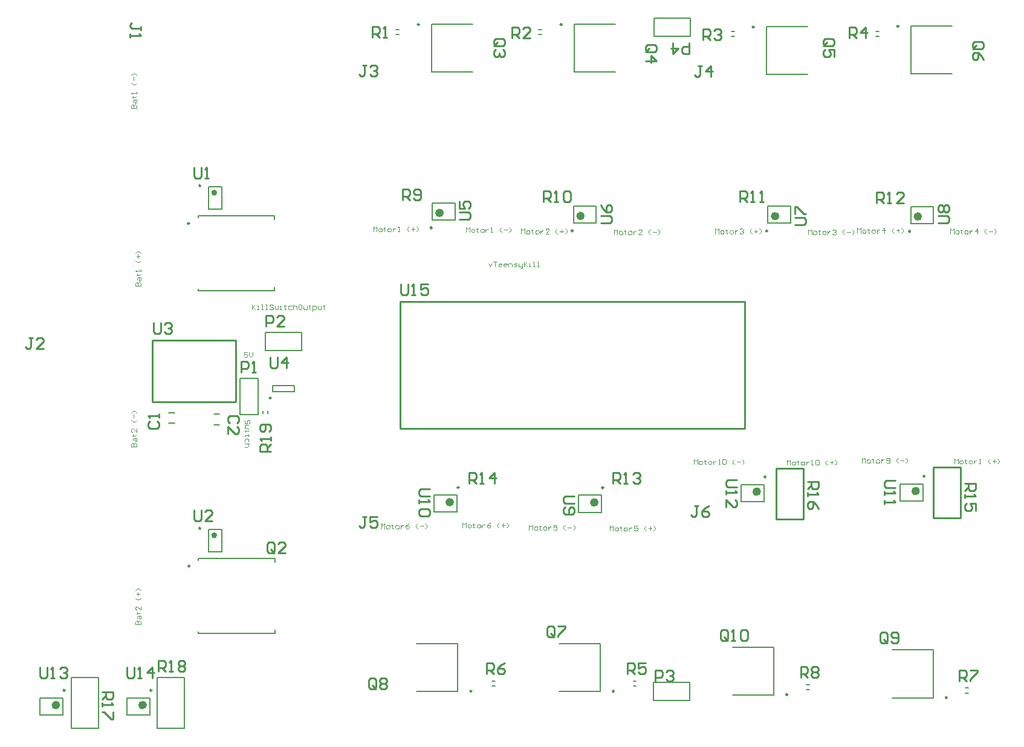
<source format=gto>
G04 Layer_Color=65535*
%FSLAX25Y25*%
%MOIN*%
G70*
G01*
G75*
%ADD24C,0.01000*%
%ADD39C,0.00984*%
%ADD40C,0.01575*%
%ADD41C,0.02362*%
%ADD42C,0.00787*%
%ADD43C,0.00472*%
D24*
X416713Y191398D02*
X426697D01*
X416713Y163398D02*
Y191398D01*
Y163398D02*
X431713D01*
Y191398D01*
X426697D02*
X431713D01*
X503327Y191988D02*
X513311D01*
X503327Y163988D02*
Y191988D01*
Y163988D02*
X518327D01*
Y191988D01*
X513311D02*
X518327D01*
X72630Y262221D02*
X118630D01*
Y228221D02*
Y262221D01*
X72630Y228221D02*
X118630D01*
X72630D02*
Y262221D01*
X209173Y213543D02*
Y283543D01*
Y213543D02*
X399173D01*
Y283543D01*
X209173D02*
X399173D01*
X135364Y269858D02*
Y275855D01*
X138363D01*
X139363Y274856D01*
Y272856D01*
X138363Y271857D01*
X135364D01*
X145361Y269858D02*
X141362D01*
X145361Y273856D01*
Y274856D01*
X144361Y275855D01*
X142361D01*
X141362Y274856D01*
X137632Y252781D02*
Y247783D01*
X138632Y246783D01*
X140631D01*
X141631Y247783D01*
Y252781D01*
X146629Y246783D02*
Y252781D01*
X143630Y249782D01*
X147629D01*
X368553Y426272D02*
Y420274D01*
X365554D01*
X364554Y421274D01*
Y423273D01*
X365554Y424273D01*
X368553D01*
X359556Y426272D02*
Y420274D01*
X362555Y423273D01*
X358556D01*
X349814Y74016D02*
Y80014D01*
X352813D01*
X353812Y79014D01*
Y77015D01*
X352813Y76015D01*
X349814D01*
X355812Y79014D02*
X356811Y80014D01*
X358811D01*
X359810Y79014D01*
Y78014D01*
X358811Y77015D01*
X357811D01*
X358811D01*
X359810Y76015D01*
Y75015D01*
X358811Y74016D01*
X356811D01*
X355812Y75015D01*
X209687Y293072D02*
Y288074D01*
X210687Y287074D01*
X212686D01*
X213686Y288074D01*
Y293072D01*
X215686Y287074D02*
X217685D01*
X216685D01*
Y293072D01*
X215686Y292072D01*
X224682Y293072D02*
X220684D01*
Y290073D01*
X222683Y291073D01*
X223683D01*
X224682Y290073D01*
Y288074D01*
X223683Y287074D01*
X221684D01*
X220684Y288074D01*
X71380Y217385D02*
X70380Y216385D01*
Y214386D01*
X71380Y213386D01*
X75378D01*
X76378Y214386D01*
Y216385D01*
X75378Y217385D01*
X76378Y219384D02*
Y221383D01*
Y220384D01*
X70380D01*
X71380Y219384D01*
X119172Y216474D02*
X120171Y217473D01*
Y219473D01*
X119172Y220473D01*
X115173D01*
X114173Y219473D01*
Y217473D01*
X115173Y216474D01*
X114173Y210476D02*
Y214474D01*
X118172Y210476D01*
X119172D01*
X120171Y211475D01*
Y213475D01*
X119172Y214474D01*
X66234Y433009D02*
Y435008D01*
Y434009D01*
X61236D01*
X60236Y435008D01*
Y436008D01*
X61236Y437008D01*
X60236Y431010D02*
Y429010D01*
Y430010D01*
X66234D01*
X65235Y431010D01*
X6543Y263311D02*
X4544D01*
X5544D01*
Y258313D01*
X4544Y257313D01*
X3544D01*
X2544Y258313D01*
X12541Y257313D02*
X8542D01*
X12541Y261312D01*
Y262311D01*
X11542Y263311D01*
X9542D01*
X8542Y262311D01*
X190545Y413899D02*
X188546D01*
X189546D01*
Y408900D01*
X188546Y407901D01*
X187546D01*
X186547Y408900D01*
X192544Y412899D02*
X193544Y413899D01*
X195544D01*
X196543Y412899D01*
Y411900D01*
X195544Y410900D01*
X194544D01*
X195544D01*
X196543Y409900D01*
Y408900D01*
X195544Y407901D01*
X193544D01*
X192544Y408900D01*
X375555Y413549D02*
X373556D01*
X374556D01*
Y408551D01*
X373556Y407551D01*
X372556D01*
X371557Y408551D01*
X380554Y407551D02*
Y413549D01*
X377555Y410550D01*
X381554D01*
X190492Y164946D02*
X188492D01*
X189492D01*
Y159948D01*
X188492Y158948D01*
X187493D01*
X186493Y159948D01*
X196490Y164946D02*
X192491D01*
Y161947D01*
X194490Y162947D01*
X195490D01*
X196490Y161947D01*
Y159948D01*
X195490Y158948D01*
X193491D01*
X192491Y159948D01*
X373553Y170850D02*
X371554D01*
X372553D01*
Y165851D01*
X371554Y164852D01*
X370554D01*
X369554Y165851D01*
X379551Y170850D02*
X377552Y169850D01*
X375552Y167851D01*
Y165851D01*
X376552Y164852D01*
X378551D01*
X379551Y165851D01*
Y166851D01*
X378551Y167851D01*
X375552D01*
X121554Y244590D02*
Y250588D01*
X124553D01*
X125552Y249588D01*
Y247589D01*
X124553Y246589D01*
X121554D01*
X127552Y244590D02*
X129551D01*
X128551D01*
Y250588D01*
X127552Y249588D01*
X139825Y145685D02*
Y149683D01*
X138826Y150683D01*
X136826D01*
X135827Y149683D01*
Y145685D01*
X136826Y144685D01*
X138826D01*
X137826Y146684D02*
X139825Y144685D01*
X138826D02*
X139825Y145685D01*
X145824Y144685D02*
X141825D01*
X145824Y148684D01*
Y149683D01*
X144824Y150683D01*
X142824D01*
X141825Y149683D01*
X262023Y424348D02*
X266022D01*
X267022Y425347D01*
Y427347D01*
X266022Y428346D01*
X262023D01*
X261024Y427347D01*
Y425347D01*
X263023Y426347D02*
X261024Y424348D01*
Y425347D02*
X262023Y424348D01*
X266022Y422348D02*
X267022Y421349D01*
Y419349D01*
X266022Y418350D01*
X265022D01*
X264023Y419349D01*
Y420349D01*
Y419349D01*
X263023Y418350D01*
X262023D01*
X261024Y419349D01*
Y421349D01*
X262023Y422348D01*
X345488Y421198D02*
X349487D01*
X350486Y422198D01*
Y424197D01*
X349487Y425197D01*
X345488D01*
X344488Y424197D01*
Y422198D01*
X346487Y423198D02*
X344488Y421198D01*
Y422198D02*
X345488Y421198D01*
X344488Y416200D02*
X350486D01*
X347487Y419199D01*
Y415200D01*
X443519Y424348D02*
X447518D01*
X448518Y425347D01*
Y427347D01*
X447518Y428346D01*
X443519D01*
X442520Y427347D01*
Y425347D01*
X444519Y426347D02*
X442520Y424348D01*
Y425347D02*
X443519Y424348D01*
X448518Y418350D02*
Y422348D01*
X445519D01*
X446518Y420349D01*
Y419349D01*
X445519Y418350D01*
X443519D01*
X442520Y419349D01*
Y421349D01*
X443519Y422348D01*
X525803Y422773D02*
X529802D01*
X530801Y423773D01*
Y425772D01*
X529802Y426772D01*
X525803D01*
X524803Y425772D01*
Y423773D01*
X526802Y424772D02*
X524803Y422773D01*
Y423773D02*
X525803Y422773D01*
X530801Y416775D02*
X529802Y418774D01*
X527802Y420774D01*
X525803D01*
X524803Y419774D01*
Y417775D01*
X525803Y416775D01*
X526802D01*
X527802Y417775D01*
Y420774D01*
X294292Y99448D02*
Y103446D01*
X293292Y104446D01*
X291293D01*
X290293Y103446D01*
Y99448D01*
X291293Y98448D01*
X293292D01*
X292292Y100447D02*
X294292Y98448D01*
X293292D02*
X294292Y99448D01*
X296291Y104446D02*
X300290D01*
Y103446D01*
X296291Y99448D01*
Y98448D01*
X195928Y70882D02*
Y74880D01*
X194928Y75880D01*
X192929D01*
X191929Y74880D01*
Y70882D01*
X192929Y69882D01*
X194928D01*
X193929Y71881D02*
X195928Y69882D01*
X194928D02*
X195928Y70882D01*
X197927Y74880D02*
X198927Y75880D01*
X200926D01*
X201926Y74880D01*
Y73881D01*
X200926Y72881D01*
X201926Y71881D01*
Y70882D01*
X200926Y69882D01*
X198927D01*
X197927Y70882D01*
Y71881D01*
X198927Y72881D01*
X197927Y73881D01*
Y74880D01*
X198927Y72881D02*
X200926D01*
X477953Y95977D02*
Y99976D01*
X476953Y100976D01*
X474954D01*
X473954Y99976D01*
Y95977D01*
X474954Y94978D01*
X476953D01*
X475954Y96977D02*
X477953Y94978D01*
X476953D02*
X477953Y95977D01*
X479952D02*
X480952Y94978D01*
X482951D01*
X483951Y95977D01*
Y99976D01*
X482951Y100976D01*
X480952D01*
X479952Y99976D01*
Y98977D01*
X480952Y97977D01*
X483951D01*
X389895Y97578D02*
Y101576D01*
X388895Y102576D01*
X386896D01*
X385896Y101576D01*
Y97578D01*
X386896Y96578D01*
X388895D01*
X387895Y98577D02*
X389895Y96578D01*
X388895D02*
X389895Y97578D01*
X391894Y96578D02*
X393894D01*
X392894D01*
Y102576D01*
X391894Y101576D01*
X396892D02*
X397892Y102576D01*
X399891D01*
X400891Y101576D01*
Y97578D01*
X399891Y96578D01*
X397892D01*
X396892Y97578D01*
Y101576D01*
X194095Y429134D02*
Y435132D01*
X197093D01*
X198093Y434132D01*
Y432133D01*
X197093Y431133D01*
X194095D01*
X196094D02*
X198093Y429134D01*
X200093D02*
X202092D01*
X201092D01*
Y435132D01*
X200093Y434132D01*
X270866Y428740D02*
Y434738D01*
X273865D01*
X274865Y433739D01*
Y431739D01*
X273865Y430739D01*
X270866D01*
X272866D02*
X274865Y428740D01*
X280863D02*
X276864D01*
X280863Y432739D01*
Y433739D01*
X279863Y434738D01*
X277864D01*
X276864Y433739D01*
X376378Y427953D02*
Y433951D01*
X379377D01*
X380377Y432951D01*
Y430952D01*
X379377Y429952D01*
X376378D01*
X378377D02*
X380377Y427953D01*
X382376Y432951D02*
X383376Y433951D01*
X385375D01*
X386375Y432951D01*
Y431952D01*
X385375Y430952D01*
X384375D01*
X385375D01*
X386375Y429952D01*
Y428952D01*
X385375Y427953D01*
X383376D01*
X382376Y428952D01*
X457087Y428740D02*
Y434738D01*
X460086D01*
X461085Y433739D01*
Y431739D01*
X460086Y430739D01*
X457087D01*
X459086D02*
X461085Y428740D01*
X466084D02*
Y434738D01*
X463085Y431739D01*
X467083D01*
X334693Y78148D02*
Y84146D01*
X337692D01*
X338692Y83146D01*
Y81147D01*
X337692Y80147D01*
X334693D01*
X336692D02*
X338692Y78148D01*
X344690Y84146D02*
X340691D01*
Y81147D01*
X342690Y82147D01*
X343690D01*
X344690Y81147D01*
Y79148D01*
X343690Y78148D01*
X341691D01*
X340691Y79148D01*
X256924Y78164D02*
Y84162D01*
X259924D01*
X260923Y83162D01*
Y81163D01*
X259924Y80163D01*
X256924D01*
X258924D02*
X260923Y78164D01*
X266921Y84162D02*
X264922Y83162D01*
X262923Y81163D01*
Y79163D01*
X263922Y78164D01*
X265921D01*
X266921Y79163D01*
Y80163D01*
X265921Y81163D01*
X262923D01*
X517754Y74278D02*
Y80276D01*
X520753D01*
X521753Y79276D01*
Y77277D01*
X520753Y76277D01*
X517754D01*
X519754D02*
X521753Y74278D01*
X523752Y80276D02*
X527751D01*
Y79276D01*
X523752Y75278D01*
Y74278D01*
X430096Y76278D02*
Y82276D01*
X433095D01*
X434095Y81276D01*
Y79277D01*
X433095Y78277D01*
X430096D01*
X432095D02*
X434095Y76278D01*
X436094Y81276D02*
X437094Y82276D01*
X439093D01*
X440093Y81276D01*
Y80277D01*
X439093Y79277D01*
X440093Y78277D01*
Y77277D01*
X439093Y76278D01*
X437094D01*
X436094Y77277D01*
Y78277D01*
X437094Y79277D01*
X436094Y80277D01*
Y81276D01*
X437094Y79277D02*
X439093D01*
X210630Y339567D02*
Y345565D01*
X213629D01*
X214629Y344565D01*
Y342566D01*
X213629Y341566D01*
X210630D01*
X212629D02*
X214629Y339567D01*
X216628Y340567D02*
X217628Y339567D01*
X219627D01*
X220627Y340567D01*
Y344565D01*
X219627Y345565D01*
X217628D01*
X216628Y344565D01*
Y343566D01*
X217628Y342566D01*
X220627D01*
X288386Y338583D02*
Y344581D01*
X291385D01*
X292385Y343581D01*
Y341582D01*
X291385Y340582D01*
X288386D01*
X290385D02*
X292385Y338583D01*
X294384D02*
X296383D01*
X295384D01*
Y344581D01*
X294384Y343581D01*
X299382D02*
X300382Y344581D01*
X302381D01*
X303381Y343581D01*
Y339582D01*
X302381Y338583D01*
X300382D01*
X299382Y339582D01*
Y343581D01*
X396654Y338583D02*
Y344581D01*
X399653D01*
X400652Y343581D01*
Y341582D01*
X399653Y340582D01*
X396654D01*
X398653D02*
X400652Y338583D01*
X402652D02*
X404651D01*
X403651D01*
Y344581D01*
X402652Y343581D01*
X407650Y338583D02*
X409649D01*
X408650D01*
Y344581D01*
X407650Y343581D01*
X472047Y337795D02*
Y343793D01*
X475046D01*
X476046Y342794D01*
Y340794D01*
X475046Y339795D01*
X472047D01*
X474047D02*
X476046Y337795D01*
X478045D02*
X480045D01*
X479045D01*
Y343793D01*
X478045Y342794D01*
X487042Y337795D02*
X483044D01*
X487042Y341794D01*
Y342794D01*
X486043Y343793D01*
X484043D01*
X483044Y342794D01*
X326744Y183168D02*
Y189166D01*
X329743D01*
X330743Y188166D01*
Y186167D01*
X329743Y185167D01*
X326744D01*
X328744D02*
X330743Y183168D01*
X332742D02*
X334741D01*
X333742D01*
Y189166D01*
X332742Y188166D01*
X337741D02*
X338740Y189166D01*
X340740D01*
X341739Y188166D01*
Y187166D01*
X340740Y186167D01*
X339740D01*
X340740D01*
X341739Y185167D01*
Y184167D01*
X340740Y183168D01*
X338740D01*
X337741Y184167D01*
X247104Y183094D02*
Y189092D01*
X250103D01*
X251103Y188092D01*
Y186093D01*
X250103Y185093D01*
X247104D01*
X249103D02*
X251103Y183094D01*
X253102D02*
X255101D01*
X254102D01*
Y189092D01*
X253102Y188092D01*
X261099Y183094D02*
Y189092D01*
X258100Y186093D01*
X262099D01*
X520669Y183106D02*
X526667D01*
Y180107D01*
X525668Y179107D01*
X523668D01*
X522669Y180107D01*
Y183106D01*
Y181107D02*
X520669Y179107D01*
Y177108D02*
Y175109D01*
Y176109D01*
X526667D01*
X525668Y177108D01*
X526667Y168111D02*
Y172110D01*
X523668D01*
X524668Y170110D01*
Y169111D01*
X523668Y168111D01*
X521669D01*
X520669Y169111D01*
Y171110D01*
X521669Y172110D01*
X434055Y184090D02*
X440053D01*
Y181091D01*
X439053Y180092D01*
X437054D01*
X436055Y181091D01*
Y184090D01*
Y182091D02*
X434055Y180092D01*
Y178092D02*
Y176093D01*
Y177093D01*
X440053D01*
X439053Y178092D01*
X440053Y169095D02*
X439053Y171095D01*
X437054Y173094D01*
X435055D01*
X434055Y172094D01*
Y170095D01*
X435055Y169095D01*
X436055D01*
X437054Y170095D01*
Y173094D01*
X45079Y68012D02*
X51077D01*
Y65013D01*
X50077Y64013D01*
X48078D01*
X47078Y65013D01*
Y68012D01*
Y66013D02*
X45079Y64013D01*
Y62014D02*
Y60014D01*
Y61014D01*
X51077D01*
X50077Y62014D01*
X51077Y57015D02*
Y53017D01*
X50077D01*
X46078Y57015D01*
X45079D01*
X75767Y79353D02*
Y85352D01*
X78766D01*
X79766Y84352D01*
Y82353D01*
X78766Y81353D01*
X75767D01*
X77766D02*
X79766Y79353D01*
X81765D02*
X83764D01*
X82765D01*
Y85352D01*
X81765Y84352D01*
X86763D02*
X87763Y85352D01*
X89762D01*
X90762Y84352D01*
Y83352D01*
X89762Y82353D01*
X90762Y81353D01*
Y80353D01*
X89762Y79353D01*
X87763D01*
X86763Y80353D01*
Y81353D01*
X87763Y82353D01*
X86763Y83352D01*
Y84352D01*
X87763Y82353D02*
X89762D01*
X137795Y200787D02*
X131797D01*
Y203786D01*
X132797Y204786D01*
X134796D01*
X135796Y203786D01*
Y200787D01*
Y202787D02*
X137795Y204786D01*
Y206785D02*
Y208785D01*
Y207785D01*
X131797D01*
X132797Y206785D01*
X136796Y211784D02*
X137795Y212784D01*
Y214783D01*
X136796Y215782D01*
X132797D01*
X131797Y214783D01*
Y212784D01*
X132797Y211784D01*
X133797D01*
X134796Y212784D01*
Y215782D01*
X95721Y357377D02*
Y352378D01*
X96721Y351379D01*
X98720D01*
X99720Y352378D01*
Y357377D01*
X101719Y351379D02*
X103719D01*
X102719D01*
Y357377D01*
X101719Y356377D01*
X95658Y168472D02*
Y163474D01*
X96658Y162474D01*
X98657D01*
X99657Y163474D01*
Y168472D01*
X105655Y162474D02*
X101656D01*
X105655Y166473D01*
Y167472D01*
X104655Y168472D01*
X102656D01*
X101656Y167472D01*
X73112Y271682D02*
Y266684D01*
X74111Y265684D01*
X76111D01*
X77110Y266684D01*
Y271682D01*
X79110Y270683D02*
X80110Y271682D01*
X82109D01*
X83109Y270683D01*
Y269683D01*
X82109Y268683D01*
X81109D01*
X82109D01*
X83109Y267684D01*
Y266684D01*
X82109Y265684D01*
X80110D01*
X79110Y266684D01*
X242033Y328740D02*
X247032D01*
X248031Y329740D01*
Y331739D01*
X247032Y332739D01*
X242033D01*
Y338737D02*
Y334738D01*
X245033D01*
X244033Y336738D01*
Y337737D01*
X245033Y338737D01*
X247032D01*
X248031Y337737D01*
Y335738D01*
X247032Y334738D01*
X319789Y326772D02*
X324788D01*
X325787Y327771D01*
Y329771D01*
X324788Y330770D01*
X319789D01*
Y336769D02*
X320789Y334769D01*
X322788Y332770D01*
X324788D01*
X325787Y333769D01*
Y335769D01*
X324788Y336769D01*
X323788D01*
X322788Y335769D01*
Y332770D01*
X427073Y325787D02*
X432071D01*
X433071Y326787D01*
Y328786D01*
X432071Y329786D01*
X427073D01*
Y331785D02*
Y335784D01*
X428073D01*
X432071Y331785D01*
X433071D01*
X505813Y326772D02*
X510811D01*
X511811Y327771D01*
Y329771D01*
X510811Y330770D01*
X505813D01*
X506813Y332770D02*
X505813Y333769D01*
Y335769D01*
X506813Y336768D01*
X507812D01*
X508812Y335769D01*
X509812Y336768D01*
X510811D01*
X511811Y335769D01*
Y333769D01*
X510811Y332770D01*
X509812D01*
X508812Y333769D01*
X507812Y332770D01*
X506813D01*
X508812Y333769D02*
Y335769D01*
X305211Y176181D02*
X300212D01*
X299213Y175181D01*
Y173182D01*
X300212Y172182D01*
X305211D01*
X300212Y170183D02*
X299213Y169183D01*
Y167184D01*
X300212Y166184D01*
X304211D01*
X305211Y167184D01*
Y169183D01*
X304211Y170183D01*
X303211D01*
X302212Y169183D01*
Y166184D01*
X225486Y180118D02*
X220488D01*
X219488Y179118D01*
Y177119D01*
X220488Y176119D01*
X225486D01*
X219488Y174120D02*
Y172121D01*
Y173120D01*
X225486D01*
X224487Y174120D01*
Y169122D02*
X225486Y168122D01*
Y166123D01*
X224487Y165123D01*
X220488D01*
X219488Y166123D01*
Y168122D01*
X220488Y169122D01*
X224487D01*
X482423Y184925D02*
X477425D01*
X476425Y183925D01*
Y181926D01*
X477425Y180926D01*
X482423D01*
X476425Y178927D02*
Y176928D01*
Y177927D01*
X482423D01*
X481424Y178927D01*
X476425Y173929D02*
Y171929D01*
Y172929D01*
X482423D01*
X481424Y173929D01*
X394778Y185075D02*
X389779D01*
X388779Y184075D01*
Y182076D01*
X389779Y181076D01*
X394778D01*
X388779Y179077D02*
Y177077D01*
Y178077D01*
X394778D01*
X393778Y179077D01*
X388779Y170080D02*
Y174078D01*
X392778Y170080D01*
X393778D01*
X394778Y171079D01*
Y173079D01*
X393778Y174078D01*
X10671Y81729D02*
Y76730D01*
X11671Y75731D01*
X13670D01*
X14670Y76730D01*
Y81729D01*
X16669Y75731D02*
X18668D01*
X17669D01*
Y81729D01*
X16669Y80729D01*
X21667D02*
X22667Y81729D01*
X24666D01*
X25666Y80729D01*
Y79729D01*
X24666Y78730D01*
X23667D01*
X24666D01*
X25666Y77730D01*
Y76730D01*
X24666Y75731D01*
X22667D01*
X21667Y76730D01*
X58446Y81768D02*
Y76770D01*
X59445Y75770D01*
X61445D01*
X62444Y76770D01*
Y81768D01*
X64444Y75770D02*
X66443D01*
X65443D01*
Y81768D01*
X64444Y80769D01*
X72441Y75770D02*
Y81768D01*
X69442Y78769D01*
X73441D01*
D39*
X138091Y230315D02*
G03*
X138091Y230315I-492J0D01*
G01*
X484154Y435339D02*
G03*
X484154Y435339I-492J0D01*
G01*
X404429Y434902D02*
G03*
X404429Y434902I-492J0D01*
G01*
X219783Y436280D02*
G03*
X219783Y436280I-492J0D01*
G01*
X93016Y326575D02*
G03*
X93016Y326575I-492J0D01*
G01*
X298524Y436280D02*
G03*
X298524Y436280I-492J0D01*
G01*
X248721Y68642D02*
G03*
X248721Y68642I-492J0D01*
G01*
X422933Y66709D02*
G03*
X422933Y66709I-492J0D01*
G01*
X510937Y65102D02*
G03*
X510937Y65102I-492J0D01*
G01*
X327276Y68587D02*
G03*
X327276Y68587I-492J0D01*
G01*
X99311Y158465D02*
G03*
X99311Y158465I-492J0D01*
G01*
Y347441D02*
G03*
X99311Y347441I-492J0D01*
G01*
X24508Y69095D02*
G03*
X24508Y69095I-492J0D01*
G01*
X72342D02*
G03*
X72342Y69095I-492J0D01*
G01*
X93213Y137598D02*
G03*
X93213Y137598I-492J0D01*
G01*
X498622Y187142D02*
G03*
X498622Y187142I-492J0D01*
G01*
X410976Y186819D02*
G03*
X410976Y186819I-492J0D01*
G01*
X411858Y322449D02*
G03*
X411858Y322449I-492J0D01*
G01*
X241685Y181016D02*
G03*
X241685Y181016I-492J0D01*
G01*
X304575Y322587D02*
G03*
X304575Y322587I-492J0D01*
G01*
X321410Y180878D02*
G03*
X321410Y180878I-492J0D01*
G01*
X226819Y324224D02*
G03*
X226819Y324224I-492J0D01*
G01*
X490598Y322244D02*
G03*
X490598Y322244I-492J0D01*
G01*
D40*
X107480Y154527D02*
G03*
X107480Y154527I-787J0D01*
G01*
Y343504D02*
G03*
X107480Y343504I-787J0D01*
G01*
D41*
X20571Y60925D02*
G03*
X20571Y60925I-1181J0D01*
G01*
X68405D02*
G03*
X68405Y60925I-1181J0D01*
G01*
X494685Y178972D02*
G03*
X494685Y178972I-1181J0D01*
G01*
X407039Y178649D02*
G03*
X407039Y178649I-1181J0D01*
G01*
X417173Y330618D02*
G03*
X417173Y330618I-1181J0D01*
G01*
X237748Y172846D02*
G03*
X237748Y172846I-1181J0D01*
G01*
X309890Y330756D02*
G03*
X309890Y330756I-1181J0D01*
G01*
X317472Y172709D02*
G03*
X317472Y172709I-1181J0D01*
G01*
X232134Y332394D02*
G03*
X232134Y332394I-1181J0D01*
G01*
X495913Y330413D02*
G03*
X495913Y330413I-1181J0D01*
G01*
D42*
X154764Y256417D02*
Y266417D01*
X134764Y256417D02*
X154764D01*
X134764D02*
Y266417D01*
X154764D01*
X138976Y233661D02*
Y237205D01*
X150787Y233661D02*
Y237205D01*
X138976Y233661D02*
X150787D01*
X138976Y237205D02*
X150787D01*
X106496Y215551D02*
X109646D01*
X106496Y221457D02*
X109646D01*
X81693Y222244D02*
X84842D01*
X81693Y216339D02*
X84842D01*
X490945Y435476D02*
X513583D01*
X490945Y409098D02*
Y435476D01*
Y409098D02*
X513583D01*
X471654Y432480D02*
X473228D01*
X471654Y429724D02*
X473228D01*
X411221Y435039D02*
X433858D01*
X411221Y408661D02*
Y435039D01*
Y408661D02*
X433858D01*
X391929Y432480D02*
X393504D01*
X391929Y429724D02*
X393504D01*
X226575Y436417D02*
X249213D01*
X226575Y410039D02*
Y436417D01*
Y410039D02*
X249213D01*
X206890Y433465D02*
X208465D01*
X206890Y430709D02*
X208465D01*
X97884Y330709D02*
X139961D01*
Y328740D02*
Y330709D01*
X97884Y329724D02*
Y330709D01*
Y289370D02*
Y290354D01*
X139961Y289370D02*
Y291339D01*
X97884Y289370D02*
X139961D01*
X349173Y429646D02*
Y439646D01*
X369173D01*
Y429646D02*
Y439646D01*
X349173Y429646D02*
X369173D01*
X348780Y63504D02*
Y73504D01*
X368779D01*
Y63504D02*
Y73504D01*
X348780Y63504D02*
X368779D01*
X285630Y433465D02*
X287205D01*
X285630Y430709D02*
X287205D01*
X305315Y436417D02*
X327953D01*
X305315Y410039D02*
Y436417D01*
Y410039D02*
X327953D01*
X27933Y76008D02*
X37575D01*
X27933Y48008D02*
Y76008D01*
Y48008D02*
X42933D01*
Y76008D01*
X37575D02*
X42933D01*
X136221Y221654D02*
Y223228D01*
X133465Y221654D02*
Y223228D01*
X218307Y68504D02*
X240945D01*
Y94882D01*
X218307D02*
X240945D01*
X75177Y76008D02*
X84819D01*
X75177Y48008D02*
Y76008D01*
Y48008D02*
X90177D01*
Y76008D01*
X84819D02*
X90177D01*
X433268Y69524D02*
X434842D01*
X433268Y72279D02*
X434842D01*
X392520Y66571D02*
X415158D01*
Y92949D01*
X392520D02*
X415158D01*
X520866Y67555D02*
X522441D01*
X520866Y70311D02*
X522441D01*
X480524Y64964D02*
X503161D01*
Y91342D01*
X480524D02*
X503161D01*
X130984Y221220D02*
Y241220D01*
X120984D02*
X130984D01*
X120984Y221220D02*
Y241220D01*
Y221220D02*
X130984D01*
X260039Y71457D02*
X261614D01*
X260039Y74213D02*
X261614D01*
X337795Y71457D02*
X339370D01*
X337795Y74213D02*
X339370D01*
X296862Y68449D02*
X319500D01*
Y94827D01*
X296862D02*
X319500D01*
X103543Y145472D02*
Y157677D01*
X111024Y145472D02*
Y157677D01*
X103543D02*
X111024D01*
X103543Y145472D02*
X111024D01*
X103543Y334449D02*
Y346654D01*
X111024Y334449D02*
Y346654D01*
X103543D02*
X111024D01*
X103543Y334449D02*
X111024D01*
X10728Y55413D02*
Y64862D01*
X23327Y55413D02*
Y64862D01*
X10728Y55413D02*
X23327D01*
X10728Y64862D02*
X23327D01*
X58563Y55413D02*
Y64862D01*
X71161Y55413D02*
Y64862D01*
X58563Y55413D02*
X71161D01*
X58563Y64862D02*
X71161D01*
X98081Y141732D02*
X140157D01*
Y139764D02*
Y141732D01*
X98081Y140748D02*
Y141732D01*
Y100394D02*
Y101378D01*
X140157Y100394D02*
Y102362D01*
X98081Y100394D02*
X140157D01*
X484842Y173460D02*
Y182909D01*
X497441Y173460D02*
Y182909D01*
X484842Y173460D02*
X497441D01*
X484842Y182909D02*
X497441D01*
X397197Y173138D02*
Y182587D01*
X409795Y173138D02*
Y182587D01*
X397197Y173138D02*
X409795D01*
X397197Y182587D02*
X409795D01*
X424653Y326681D02*
Y336130D01*
X412055Y326681D02*
Y336130D01*
X424653D01*
X412055Y326681D02*
X424653D01*
X227906Y167335D02*
Y176783D01*
X240504Y167335D02*
Y176783D01*
X227906Y167335D02*
X240504D01*
X227906Y176783D02*
X240504D01*
X317370Y326819D02*
Y336268D01*
X304772Y326819D02*
Y336268D01*
X317370D01*
X304772Y326819D02*
X317370D01*
X307630Y167197D02*
Y176646D01*
X320228Y167197D02*
Y176646D01*
X307630Y167197D02*
X320228D01*
X307630Y176646D02*
X320228D01*
X239614Y328457D02*
Y337906D01*
X227016Y328457D02*
Y337906D01*
X239614D01*
X227016Y328457D02*
X239614D01*
X503394Y326476D02*
Y335925D01*
X490795Y326476D02*
Y335925D01*
X503394D01*
X490795Y326476D02*
X503394D01*
D43*
X257874Y304619D02*
X258805Y302756D01*
X259737Y304619D01*
X260668Y305550D02*
X262531D01*
X261600D01*
Y302756D01*
X264860D02*
X263929D01*
X263463Y303222D01*
Y304153D01*
X263929Y304619D01*
X264860D01*
X265326Y304153D01*
Y303687D01*
X263463D01*
X267654Y302756D02*
X266723D01*
X266257Y303222D01*
Y304153D01*
X266723Y304619D01*
X267654D01*
X268120Y304153D01*
Y303687D01*
X266257D01*
X269052Y302756D02*
Y304619D01*
X270449D01*
X270915Y304153D01*
Y302756D01*
X271846D02*
X273243D01*
X273709Y303222D01*
X273243Y303687D01*
X272312D01*
X271846Y304153D01*
X272312Y304619D01*
X273709D01*
X274640D02*
Y303222D01*
X275106Y302756D01*
X276503D01*
Y302290D01*
X276038Y301824D01*
X275572D01*
X276503Y302756D02*
Y304619D01*
X277435Y305550D02*
Y302756D01*
Y303687D01*
X279298Y305550D01*
X277900Y304153D01*
X279298Y302756D01*
X280229D02*
X281160D01*
X280695D01*
Y304619D01*
X280229D01*
X282558Y302756D02*
X283489D01*
X283023D01*
Y305550D01*
X282558D01*
X284886Y302756D02*
X285818D01*
X285352D01*
Y305550D01*
X284886D01*
X125951Y216247D02*
X126416Y216713D01*
Y217645D01*
X125951Y218110D01*
X125485D01*
X125019Y217645D01*
Y216713D01*
X124554Y216247D01*
X124088D01*
X123622Y216713D01*
Y217645D01*
X124088Y218110D01*
X125485Y215316D02*
X124088D01*
X123622Y214850D01*
X124088Y214384D01*
X123622Y213919D01*
X124088Y213453D01*
X125485D01*
X123622Y212522D02*
Y211590D01*
Y212056D01*
X125485D01*
Y212522D01*
X125951Y209727D02*
X125485D01*
Y210193D01*
Y209261D01*
Y209727D01*
X124088D01*
X123622Y209261D01*
X125485Y206001D02*
Y207399D01*
X125019Y207864D01*
X124088D01*
X123622Y207399D01*
Y206001D01*
X126416Y205070D02*
X123622D01*
X125019D01*
X125485Y204604D01*
Y203673D01*
X125019Y203207D01*
X123622D01*
X125091Y255550D02*
X123228D01*
Y254153D01*
X124160Y254619D01*
X124626D01*
X125091Y254153D01*
Y253222D01*
X124626Y252756D01*
X123694D01*
X123228Y253222D01*
X126023Y255550D02*
Y253687D01*
X126954Y252756D01*
X127886Y253687D01*
Y255550D01*
X127559Y281928D02*
Y279134D01*
Y280065D01*
X129422Y281928D01*
X128025Y280531D01*
X129422Y279134D01*
X130353D02*
X131285D01*
X130819D01*
Y280997D01*
X130353D01*
X132682Y279134D02*
X133614D01*
X133148D01*
Y281928D01*
X132682D01*
X135011Y279134D02*
X135942D01*
X135477D01*
Y281928D01*
X135011D01*
X139202Y281463D02*
X138737Y281928D01*
X137805D01*
X137339Y281463D01*
Y280997D01*
X137805Y280531D01*
X138737D01*
X139202Y280065D01*
Y279600D01*
X138737Y279134D01*
X137805D01*
X137339Y279600D01*
X140134Y280997D02*
Y279600D01*
X140600Y279134D01*
X141065Y279600D01*
X141531Y279134D01*
X141997Y279600D01*
Y280997D01*
X142928Y279134D02*
X143860D01*
X143394D01*
Y280997D01*
X142928D01*
X145722Y281463D02*
Y280997D01*
X145257D01*
X146188D01*
X145722D01*
Y279600D01*
X146188Y279134D01*
X149448Y280997D02*
X148051D01*
X147585Y280531D01*
Y279600D01*
X148051Y279134D01*
X149448D01*
X150380Y281928D02*
Y279134D01*
Y280531D01*
X150846Y280997D01*
X151777D01*
X152243Y280531D01*
Y279134D01*
X154571Y281928D02*
X153640D01*
X153174Y281463D01*
Y279600D01*
X153640Y279134D01*
X154571D01*
X155037Y279600D01*
Y281463D01*
X154571Y281928D01*
X155969Y280997D02*
Y279600D01*
X156434Y279134D01*
X157832D01*
Y280997D01*
X159229Y281463D02*
Y280997D01*
X158763D01*
X159694D01*
X159229D01*
Y279600D01*
X159694Y279134D01*
X161092Y278202D02*
Y280997D01*
X162489D01*
X162954Y280531D01*
Y279600D01*
X162489Y279134D01*
X161092D01*
X163886Y280997D02*
Y279600D01*
X164352Y279134D01*
X165749D01*
Y280997D01*
X167146Y281463D02*
Y280997D01*
X166680D01*
X167612D01*
X167146D01*
Y279600D01*
X167612Y279134D01*
X463779Y194488D02*
Y197283D01*
X464711Y196351D01*
X465642Y197283D01*
Y194488D01*
X467040D02*
X467971D01*
X468437Y194954D01*
Y195885D01*
X467971Y196351D01*
X467040D01*
X466574Y195885D01*
Y194954D01*
X467040Y194488D01*
X469834Y196817D02*
Y196351D01*
X469368D01*
X470300D01*
X469834D01*
Y194954D01*
X470300Y194488D01*
X472163D02*
X473094D01*
X473560Y194954D01*
Y195885D01*
X473094Y196351D01*
X472163D01*
X471697Y195885D01*
Y194954D01*
X472163Y194488D01*
X474491Y196351D02*
Y194488D01*
Y195420D01*
X474957Y195885D01*
X475423Y196351D01*
X475888D01*
X477286Y194954D02*
X477751Y194488D01*
X478683D01*
X479149Y194954D01*
Y196817D01*
X478683Y197283D01*
X477751D01*
X477286Y196817D01*
Y196351D01*
X477751Y195885D01*
X479149D01*
X483806Y194488D02*
X482874Y195420D01*
Y196351D01*
X483806Y197283D01*
X485203Y195885D02*
X487066D01*
X487997Y194488D02*
X488929Y195420D01*
Y196351D01*
X487997Y197283D01*
X514961Y194095D02*
Y196889D01*
X515892Y195957D01*
X516823Y196889D01*
Y194095D01*
X518221D02*
X519152D01*
X519618Y194560D01*
Y195492D01*
X519152Y195957D01*
X518221D01*
X517755Y195492D01*
Y194560D01*
X518221Y194095D01*
X521015Y196423D02*
Y195957D01*
X520549D01*
X521481D01*
X521015D01*
Y194560D01*
X521481Y194095D01*
X523344D02*
X524275D01*
X524741Y194560D01*
Y195492D01*
X524275Y195957D01*
X523344D01*
X522878Y195492D01*
Y194560D01*
X523344Y194095D01*
X525672Y195957D02*
Y194095D01*
Y195026D01*
X526138Y195492D01*
X526604Y195957D01*
X527070D01*
X528467Y194095D02*
X529398D01*
X528933D01*
Y196889D01*
X528467Y196423D01*
X534521Y194095D02*
X533590Y195026D01*
Y195957D01*
X534521Y196889D01*
X535919Y195492D02*
X537781D01*
X536850Y196423D02*
Y194560D01*
X538713Y194095D02*
X539644Y195026D01*
Y195957D01*
X538713Y196889D01*
X371260Y193701D02*
Y196495D01*
X372191Y195564D01*
X373123Y196495D01*
Y193701D01*
X374520D02*
X375451D01*
X375917Y194167D01*
Y195098D01*
X375451Y195564D01*
X374520D01*
X374054Y195098D01*
Y194167D01*
X374520Y193701D01*
X377314Y196029D02*
Y195564D01*
X376849D01*
X377780D01*
X377314D01*
Y194167D01*
X377780Y193701D01*
X379643D02*
X380574D01*
X381040Y194167D01*
Y195098D01*
X380574Y195564D01*
X379643D01*
X379177Y195098D01*
Y194167D01*
X379643Y193701D01*
X381972Y195564D02*
Y193701D01*
Y194632D01*
X382437Y195098D01*
X382903Y195564D01*
X383369D01*
X384766Y193701D02*
X385698D01*
X385232D01*
Y196495D01*
X384766Y196029D01*
X387095D02*
X387560Y196495D01*
X388492D01*
X388958Y196029D01*
Y194167D01*
X388492Y193701D01*
X387560D01*
X387095Y194167D01*
Y196029D01*
X393615Y193701D02*
X392683Y194632D01*
Y195564D01*
X393615Y196495D01*
X395012Y195098D02*
X396875D01*
X397806Y193701D02*
X398738Y194632D01*
Y195564D01*
X397806Y196495D01*
X422441Y193307D02*
Y196101D01*
X423372Y195170D01*
X424304Y196101D01*
Y193307D01*
X425701D02*
X426632D01*
X427098Y193773D01*
Y194704D01*
X426632Y195170D01*
X425701D01*
X425235Y194704D01*
Y193773D01*
X425701Y193307D01*
X428495Y195636D02*
Y195170D01*
X428030D01*
X428961D01*
X428495D01*
Y193773D01*
X428961Y193307D01*
X430824D02*
X431755D01*
X432221Y193773D01*
Y194704D01*
X431755Y195170D01*
X430824D01*
X430358Y194704D01*
Y193773D01*
X430824Y193307D01*
X433153Y195170D02*
Y193307D01*
Y194239D01*
X433618Y194704D01*
X434084Y195170D01*
X434550D01*
X435947Y193307D02*
X436879D01*
X436413D01*
Y196101D01*
X435947Y195636D01*
X438276D02*
X438741Y196101D01*
X439673D01*
X440139Y195636D01*
Y193773D01*
X439673Y193307D01*
X438741D01*
X438276Y193773D01*
Y195636D01*
X444796Y193307D02*
X443864Y194239D01*
Y195170D01*
X444796Y196101D01*
X446193Y194704D02*
X448056D01*
X447125Y195636D02*
Y193773D01*
X448988Y193307D02*
X449919Y194239D01*
Y195170D01*
X448988Y196101D01*
X280315Y157480D02*
Y160275D01*
X281246Y159343D01*
X282178Y160275D01*
Y157480D01*
X283575D02*
X284507D01*
X284972Y157946D01*
Y158878D01*
X284507Y159343D01*
X283575D01*
X283109Y158878D01*
Y157946D01*
X283575Y157480D01*
X286369Y159809D02*
Y159343D01*
X285904D01*
X286835D01*
X286369D01*
Y157946D01*
X286835Y157480D01*
X288698D02*
X289630D01*
X290095Y157946D01*
Y158878D01*
X289630Y159343D01*
X288698D01*
X288232Y158878D01*
Y157946D01*
X288698Y157480D01*
X291027Y159343D02*
Y157480D01*
Y158412D01*
X291493Y158878D01*
X291958Y159343D01*
X292424D01*
X295684Y160275D02*
X293821D01*
Y158878D01*
X294753Y159343D01*
X295218D01*
X295684Y158878D01*
Y157946D01*
X295218Y157480D01*
X294287D01*
X293821Y157946D01*
X300341Y157480D02*
X299410Y158412D01*
Y159343D01*
X300341Y160275D01*
X301739Y158878D02*
X303602D01*
X304533Y157480D02*
X305464Y158412D01*
Y159343D01*
X304533Y160275D01*
X324803Y157087D02*
Y159881D01*
X325735Y158949D01*
X326666Y159881D01*
Y157087D01*
X328063D02*
X328995D01*
X329460Y157552D01*
Y158484D01*
X328995Y158949D01*
X328063D01*
X327597Y158484D01*
Y157552D01*
X328063Y157087D01*
X330858Y159415D02*
Y158949D01*
X330392D01*
X331323D01*
X330858D01*
Y157552D01*
X331323Y157087D01*
X333186D02*
X334118D01*
X334583Y157552D01*
Y158484D01*
X334118Y158949D01*
X333186D01*
X332721Y158484D01*
Y157552D01*
X333186Y157087D01*
X335515Y158949D02*
Y157087D01*
Y158018D01*
X335981Y158484D01*
X336446Y158949D01*
X336912D01*
X340172Y159881D02*
X338309D01*
Y158484D01*
X339241Y158949D01*
X339706D01*
X340172Y158484D01*
Y157552D01*
X339706Y157087D01*
X338775D01*
X338309Y157552D01*
X344830Y157087D02*
X343898Y158018D01*
Y158949D01*
X344830Y159881D01*
X346227Y158484D02*
X348090D01*
X347158Y159415D02*
Y157552D01*
X349021Y157087D02*
X349953Y158018D01*
Y158949D01*
X349021Y159881D01*
X198819Y158268D02*
Y161062D01*
X199750Y160131D01*
X200682Y161062D01*
Y158268D01*
X202079D02*
X203011D01*
X203476Y158733D01*
Y159665D01*
X203011Y160131D01*
X202079D01*
X201613Y159665D01*
Y158733D01*
X202079Y158268D01*
X204873Y160596D02*
Y160131D01*
X204408D01*
X205339D01*
X204873D01*
Y158733D01*
X205339Y158268D01*
X207202D02*
X208134D01*
X208599Y158733D01*
Y159665D01*
X208134Y160131D01*
X207202D01*
X206736Y159665D01*
Y158733D01*
X207202Y158268D01*
X209531Y160131D02*
Y158268D01*
Y159199D01*
X209996Y159665D01*
X210462Y160131D01*
X210928D01*
X214188Y161062D02*
X213257Y160596D01*
X212325Y159665D01*
Y158733D01*
X212791Y158268D01*
X213722D01*
X214188Y158733D01*
Y159199D01*
X213722Y159665D01*
X212325D01*
X218845Y158268D02*
X217914Y159199D01*
Y160131D01*
X218845Y161062D01*
X220243Y159665D02*
X222105D01*
X223037Y158268D02*
X223968Y159199D01*
Y160131D01*
X223037Y161062D01*
X243701Y158661D02*
Y161456D01*
X244632Y160524D01*
X245564Y161456D01*
Y158661D01*
X246961D02*
X247892D01*
X248358Y159127D01*
Y160059D01*
X247892Y160524D01*
X246961D01*
X246495Y160059D01*
Y159127D01*
X246961Y158661D01*
X249755Y160990D02*
Y160524D01*
X249290D01*
X250221D01*
X249755D01*
Y159127D01*
X250221Y158661D01*
X252084D02*
X253015D01*
X253481Y159127D01*
Y160059D01*
X253015Y160524D01*
X252084D01*
X251618Y160059D01*
Y159127D01*
X252084Y158661D01*
X254413Y160524D02*
Y158661D01*
Y159593D01*
X254878Y160059D01*
X255344Y160524D01*
X255810D01*
X259070Y161456D02*
X258138Y160990D01*
X257207Y160059D01*
Y159127D01*
X257673Y158661D01*
X258604D01*
X259070Y159127D01*
Y159593D01*
X258604Y160059D01*
X257207D01*
X263727Y158661D02*
X262796Y159593D01*
Y160524D01*
X263727Y161456D01*
X265124Y160059D02*
X266987D01*
X266056Y160990D02*
Y159127D01*
X267919Y158661D02*
X268850Y159593D01*
Y160524D01*
X267919Y161456D01*
X461417Y321260D02*
Y324054D01*
X462349Y323123D01*
X463280Y324054D01*
Y321260D01*
X464677D02*
X465609D01*
X466075Y321726D01*
Y322657D01*
X465609Y323123D01*
X464677D01*
X464212Y322657D01*
Y321726D01*
X464677Y321260D01*
X467472Y323588D02*
Y323123D01*
X467006D01*
X467938D01*
X467472D01*
Y321726D01*
X467938Y321260D01*
X469801D02*
X470732D01*
X471198Y321726D01*
Y322657D01*
X470732Y323123D01*
X469801D01*
X469335Y322657D01*
Y321726D01*
X469801Y321260D01*
X472129Y323123D02*
Y321260D01*
Y322191D01*
X472595Y322657D01*
X473061Y323123D01*
X473526D01*
X476321Y321260D02*
Y324054D01*
X474924Y322657D01*
X476786D01*
X481444Y321260D02*
X480512Y322191D01*
Y323123D01*
X481444Y324054D01*
X482841Y322657D02*
X484704D01*
X483772Y323588D02*
Y321726D01*
X485635Y321260D02*
X486567Y322191D01*
Y323123D01*
X485635Y324054D01*
X512598Y320866D02*
Y323660D01*
X513530Y322729D01*
X514461Y323660D01*
Y320866D01*
X515859D02*
X516790D01*
X517256Y321332D01*
Y322263D01*
X516790Y322729D01*
X515859D01*
X515393Y322263D01*
Y321332D01*
X515859Y320866D01*
X518653Y323195D02*
Y322729D01*
X518187D01*
X519119D01*
X518653D01*
Y321332D01*
X519119Y320866D01*
X520982D02*
X521913D01*
X522379Y321332D01*
Y322263D01*
X521913Y322729D01*
X520982D01*
X520516Y322263D01*
Y321332D01*
X520982Y320866D01*
X523310Y322729D02*
Y320866D01*
Y321798D01*
X523776Y322263D01*
X524242Y322729D01*
X524707D01*
X527502Y320866D02*
Y323660D01*
X526105Y322263D01*
X527968D01*
X532625Y320866D02*
X531693Y321798D01*
Y322729D01*
X532625Y323660D01*
X534022Y322263D02*
X535885D01*
X536816Y320866D02*
X537748Y321798D01*
Y322729D01*
X536816Y323660D01*
X383071Y320866D02*
Y323660D01*
X384002Y322729D01*
X384934Y323660D01*
Y320866D01*
X386331D02*
X387262D01*
X387728Y321332D01*
Y322263D01*
X387262Y322729D01*
X386331D01*
X385865Y322263D01*
Y321332D01*
X386331Y320866D01*
X389125Y323195D02*
Y322729D01*
X388660D01*
X389591D01*
X389125D01*
Y321332D01*
X389591Y320866D01*
X391454D02*
X392386D01*
X392851Y321332D01*
Y322263D01*
X392386Y322729D01*
X391454D01*
X390988Y322263D01*
Y321332D01*
X391454Y320866D01*
X393783Y322729D02*
Y320866D01*
Y321798D01*
X394248Y322263D01*
X394714Y322729D01*
X395180D01*
X396577Y323195D02*
X397043Y323660D01*
X397974D01*
X398440Y323195D01*
Y322729D01*
X397974Y322263D01*
X397509D01*
X397974D01*
X398440Y321798D01*
Y321332D01*
X397974Y320866D01*
X397043D01*
X396577Y321332D01*
X403097Y320866D02*
X402166Y321798D01*
Y322729D01*
X403097Y323660D01*
X404494Y322263D02*
X406357D01*
X405426Y323195D02*
Y321332D01*
X407289Y320866D02*
X408220Y321798D01*
Y322729D01*
X407289Y323660D01*
X434252Y320472D02*
Y323267D01*
X435183Y322335D01*
X436115Y323267D01*
Y320472D01*
X437512D02*
X438444D01*
X438909Y320938D01*
Y321870D01*
X438444Y322335D01*
X437512D01*
X437046Y321870D01*
Y320938D01*
X437512Y320472D01*
X440307Y322801D02*
Y322335D01*
X439841D01*
X440772D01*
X440307D01*
Y320938D01*
X440772Y320472D01*
X442635D02*
X443567D01*
X444032Y320938D01*
Y321870D01*
X443567Y322335D01*
X442635D01*
X442169Y321870D01*
Y320938D01*
X442635Y320472D01*
X444964Y322335D02*
Y320472D01*
Y321404D01*
X445430Y321870D01*
X445895Y322335D01*
X446361D01*
X447758Y322801D02*
X448224Y323267D01*
X449155D01*
X449621Y322801D01*
Y322335D01*
X449155Y321870D01*
X448690D01*
X449155D01*
X449621Y321404D01*
Y320938D01*
X449155Y320472D01*
X448224D01*
X447758Y320938D01*
X454278Y320472D02*
X453347Y321404D01*
Y322335D01*
X454278Y323267D01*
X455676Y321870D02*
X457539D01*
X458470Y320472D02*
X459401Y321404D01*
Y322335D01*
X458470Y323267D01*
X275984Y320866D02*
Y323660D01*
X276916Y322729D01*
X277847Y323660D01*
Y320866D01*
X279244D02*
X280176D01*
X280642Y321332D01*
Y322263D01*
X280176Y322729D01*
X279244D01*
X278779Y322263D01*
Y321332D01*
X279244Y320866D01*
X282039Y323195D02*
Y322729D01*
X281573D01*
X282505D01*
X282039D01*
Y321332D01*
X282505Y320866D01*
X284367D02*
X285299D01*
X285765Y321332D01*
Y322263D01*
X285299Y322729D01*
X284367D01*
X283902Y322263D01*
Y321332D01*
X284367Y320866D01*
X286696Y322729D02*
Y320866D01*
Y321798D01*
X287162Y322263D01*
X287628Y322729D01*
X288093D01*
X291353Y320866D02*
X289490D01*
X291353Y322729D01*
Y323195D01*
X290888Y323660D01*
X289956D01*
X289490Y323195D01*
X296011Y320866D02*
X295079Y321798D01*
Y322729D01*
X296011Y323660D01*
X297408Y322263D02*
X299271D01*
X298339Y323195D02*
Y321332D01*
X300202Y320866D02*
X301134Y321798D01*
Y322729D01*
X300202Y323660D01*
X327165Y320472D02*
Y323267D01*
X328097Y322335D01*
X329028Y323267D01*
Y320472D01*
X330426D02*
X331357D01*
X331823Y320938D01*
Y321870D01*
X331357Y322335D01*
X330426D01*
X329960Y321870D01*
Y320938D01*
X330426Y320472D01*
X333220Y322801D02*
Y322335D01*
X332754D01*
X333686D01*
X333220D01*
Y320938D01*
X333686Y320472D01*
X335548D02*
X336480D01*
X336946Y320938D01*
Y321870D01*
X336480Y322335D01*
X335548D01*
X335083Y321870D01*
Y320938D01*
X335548Y320472D01*
X337877Y322335D02*
Y320472D01*
Y321404D01*
X338343Y321870D01*
X338809Y322335D01*
X339274D01*
X342534Y320472D02*
X340671D01*
X342534Y322335D01*
Y322801D01*
X342069Y323267D01*
X341137D01*
X340671Y322801D01*
X347192Y320472D02*
X346260Y321404D01*
Y322335D01*
X347192Y323267D01*
X348589Y321870D02*
X350452D01*
X351383Y320472D02*
X352315Y321404D01*
Y322335D01*
X351383Y323267D01*
X245669Y321654D02*
Y324448D01*
X246601Y323517D01*
X247532Y324448D01*
Y321654D01*
X248929D02*
X249861D01*
X250327Y322119D01*
Y323051D01*
X249861Y323517D01*
X248929D01*
X248464Y323051D01*
Y322119D01*
X248929Y321654D01*
X251724Y323982D02*
Y323517D01*
X251258D01*
X252189D01*
X251724D01*
Y322119D01*
X252189Y321654D01*
X254052D02*
X254984D01*
X255450Y322119D01*
Y323051D01*
X254984Y323517D01*
X254052D01*
X253587Y323051D01*
Y322119D01*
X254052Y321654D01*
X256381Y323517D02*
Y321654D01*
Y322585D01*
X256847Y323051D01*
X257312Y323517D01*
X257778D01*
X259175Y321654D02*
X260107D01*
X259641D01*
Y324448D01*
X259175Y323982D01*
X265230Y321654D02*
X264299Y322585D01*
Y323517D01*
X265230Y324448D01*
X266627Y323051D02*
X268490D01*
X269422Y321654D02*
X270353Y322585D01*
Y323517D01*
X269422Y324448D01*
X194488Y322047D02*
Y324842D01*
X195420Y323910D01*
X196351Y324842D01*
Y322047D01*
X197748D02*
X198680D01*
X199145Y322513D01*
Y323444D01*
X198680Y323910D01*
X197748D01*
X197283Y323444D01*
Y322513D01*
X197748Y322047D01*
X200543Y324376D02*
Y323910D01*
X200077D01*
X201008D01*
X200543D01*
Y322513D01*
X201008Y322047D01*
X202871D02*
X203803D01*
X204269Y322513D01*
Y323444D01*
X203803Y323910D01*
X202871D01*
X202406Y323444D01*
Y322513D01*
X202871Y322047D01*
X205200Y323910D02*
Y322047D01*
Y322979D01*
X205666Y323444D01*
X206131Y323910D01*
X206597D01*
X207994Y322047D02*
X208926D01*
X208460D01*
Y324842D01*
X207994Y324376D01*
X214049Y322047D02*
X213117Y322979D01*
Y323910D01*
X214049Y324842D01*
X215446Y323444D02*
X217309D01*
X216377Y324376D02*
Y322513D01*
X218240Y322047D02*
X219172Y322979D01*
Y323910D01*
X218240Y324842D01*
X63347Y292126D02*
X66142D01*
Y293523D01*
X65676Y293989D01*
X65210D01*
X64745Y293523D01*
Y292126D01*
Y293523D01*
X64279Y293989D01*
X63813D01*
X63347Y293523D01*
Y292126D01*
X64279Y295386D02*
Y296318D01*
X64745Y296783D01*
X66142D01*
Y295386D01*
X65676Y294920D01*
X65210Y295386D01*
Y296783D01*
X63813Y298181D02*
X64279D01*
Y297715D01*
Y298646D01*
Y298181D01*
X65676D01*
X66142Y298646D01*
Y300043D02*
Y300975D01*
Y300509D01*
X63347D01*
X63813Y300043D01*
X66142Y306098D02*
X65210Y305166D01*
X64279D01*
X63347Y306098D01*
X64745Y307495D02*
Y309358D01*
X63813Y308426D02*
X65676D01*
X66142Y310290D02*
X65210Y311221D01*
X64279D01*
X63347Y310290D01*
X60985Y390158D02*
X63779D01*
Y391555D01*
X63314Y392020D01*
X62848D01*
X62382Y391555D01*
Y390158D01*
Y391555D01*
X61917Y392020D01*
X61451D01*
X60985Y391555D01*
Y390158D01*
X61917Y393418D02*
Y394349D01*
X62382Y394815D01*
X63779D01*
Y393418D01*
X63314Y392952D01*
X62848Y393418D01*
Y394815D01*
X61451Y396212D02*
X61917D01*
Y395746D01*
Y396678D01*
Y396212D01*
X63314D01*
X63779Y396678D01*
Y398075D02*
Y399006D01*
Y398541D01*
X60985D01*
X61451Y398075D01*
X63779Y404129D02*
X62848Y403198D01*
X61917D01*
X60985Y404129D01*
X62382Y405527D02*
Y407389D01*
X63779Y408321D02*
X62848Y409252D01*
X61917D01*
X60985Y408321D01*
Y203543D02*
X63779D01*
Y204941D01*
X63314Y205406D01*
X62848D01*
X62382Y204941D01*
Y203543D01*
Y204941D01*
X61917Y205406D01*
X61451D01*
X60985Y204941D01*
Y203543D01*
X61917Y206803D02*
Y207735D01*
X62382Y208201D01*
X63779D01*
Y206803D01*
X63314Y206338D01*
X62848Y206803D01*
Y208201D01*
X61451Y209598D02*
X61917D01*
Y209132D01*
Y210064D01*
Y209598D01*
X63314D01*
X63779Y210064D01*
Y213324D02*
Y211461D01*
X61917Y213324D01*
X61451D01*
X60985Y212858D01*
Y211927D01*
X61451Y211461D01*
X63779Y217981D02*
X62848Y217050D01*
X61917D01*
X60985Y217981D01*
X62382Y219378D02*
Y221241D01*
X63779Y222172D02*
X62848Y223104D01*
X61917D01*
X60985Y222172D01*
X63347Y105512D02*
X66142D01*
Y106909D01*
X65676Y107375D01*
X65210D01*
X64745Y106909D01*
Y105512D01*
Y106909D01*
X64279Y107375D01*
X63813D01*
X63347Y106909D01*
Y105512D01*
X64279Y108772D02*
Y109703D01*
X64745Y110169D01*
X66142D01*
Y108772D01*
X65676Y108306D01*
X65210Y108772D01*
Y110169D01*
X63813Y111566D02*
X64279D01*
Y111101D01*
Y112032D01*
Y111566D01*
X65676D01*
X66142Y112032D01*
Y115292D02*
Y113429D01*
X64279Y115292D01*
X63813D01*
X63347Y114826D01*
Y113895D01*
X63813Y113429D01*
X66142Y119949D02*
X65210Y119018D01*
X64279D01*
X63347Y119949D01*
X64745Y121347D02*
Y123210D01*
X63813Y122278D02*
X65676D01*
X66142Y124141D02*
X65210Y125073D01*
X64279D01*
X63347Y124141D01*
M02*

</source>
